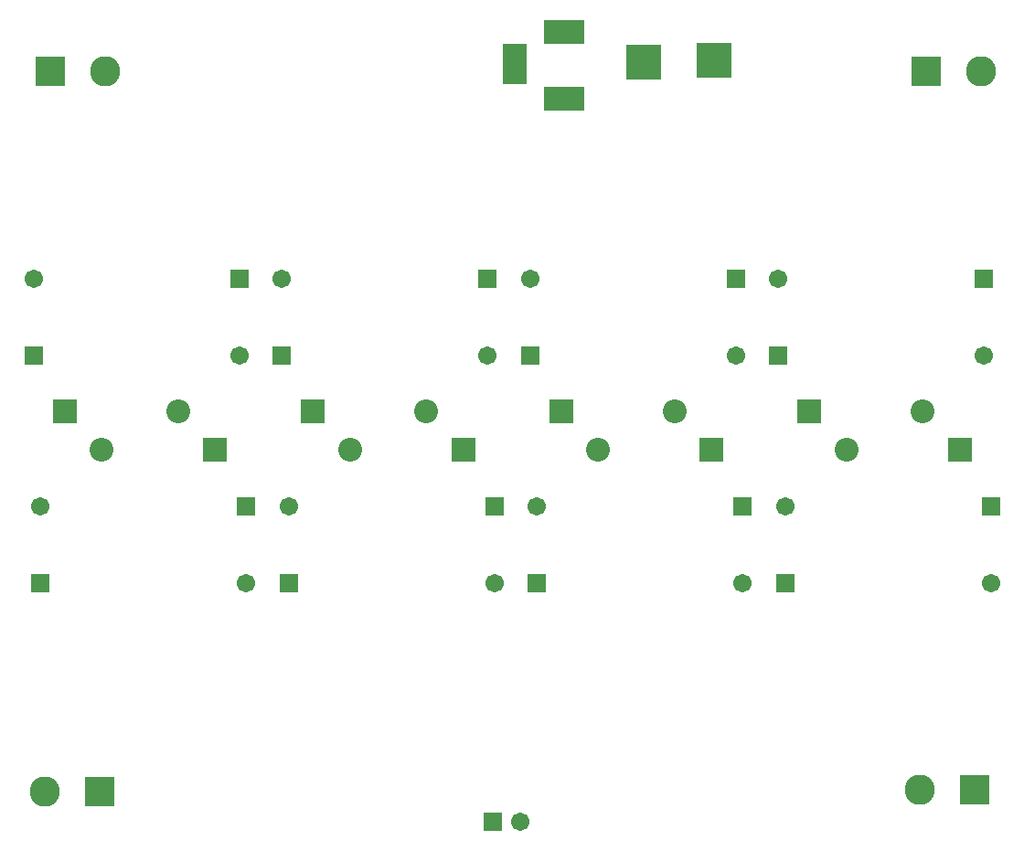
<source format=gbs>
G04*
G04 #@! TF.GenerationSoftware,Altium Limited,Altium Designer,20.0.2 (26)*
G04*
G04 Layer_Color=16711935*
%FSLAX25Y25*%
%MOIN*%
G70*
G01*
G75*
%ADD36C,0.06706*%
%ADD37R,0.06706X0.06706*%
%ADD38R,0.08674X0.14973*%
%ADD39R,0.14973X0.08674*%
%ADD40R,0.11036X0.11036*%
%ADD41C,0.11036*%
%ADD42C,0.08674*%
%ADD43R,0.08674X0.08674*%
%ADD44R,0.06706X0.06706*%
%ADD45R,0.12611X0.12611*%
D36*
X438500Y126500D02*
D03*
X532500Y324476D02*
D03*
X607500Y296524D02*
D03*
X261000Y324476D02*
D03*
X336000Y296524D02*
D03*
X442000Y324476D02*
D03*
X517000Y296524D02*
D03*
X351500Y324476D02*
D03*
X426500Y296524D02*
D03*
X519500Y213524D02*
D03*
X444500Y241476D02*
D03*
X610000Y213524D02*
D03*
X535000Y241476D02*
D03*
X338500Y213524D02*
D03*
X263500Y241476D02*
D03*
X429000Y213524D02*
D03*
X354000Y241476D02*
D03*
D37*
X428500Y126500D02*
D03*
D38*
X436390Y402689D02*
D03*
D39*
X454500Y390090D02*
D03*
Y414500D02*
D03*
D40*
X267000Y400000D02*
D03*
X586500D02*
D03*
X604000Y138000D02*
D03*
X285000Y137500D02*
D03*
D41*
X287000Y400000D02*
D03*
X606500D02*
D03*
X584000Y138000D02*
D03*
X265000Y137500D02*
D03*
D42*
X585090Y276000D02*
D03*
X313591D02*
D03*
X494591D02*
D03*
X404090D02*
D03*
X466910Y262000D02*
D03*
X557409D02*
D03*
X285910D02*
D03*
X376410D02*
D03*
D43*
X543910Y276000D02*
D03*
X272410D02*
D03*
X453409D02*
D03*
X362910D02*
D03*
X508090Y262000D02*
D03*
X598591D02*
D03*
X327091D02*
D03*
X417591D02*
D03*
D44*
X532500Y296524D02*
D03*
X607500Y324476D02*
D03*
X261000Y296524D02*
D03*
X336000Y324476D02*
D03*
X442000Y296524D02*
D03*
X517000Y324476D02*
D03*
X351500Y296524D02*
D03*
X426500Y324476D02*
D03*
X519500Y241476D02*
D03*
X444500Y213524D02*
D03*
X610000Y241476D02*
D03*
X535000Y213524D02*
D03*
X338500Y241476D02*
D03*
X263500Y213524D02*
D03*
X429000Y241476D02*
D03*
X354000Y213524D02*
D03*
D45*
X509000Y404000D02*
D03*
X483500Y403500D02*
D03*
M02*

</source>
